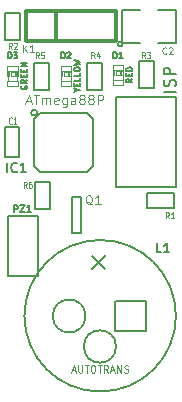
<source format=gto>
G04 (created by PCBNEW (2013-07-24 BZR 4024)-stable) date Tue 25 Nov 2014 11:30:04 AM NZDT*
%MOIN*%
G04 Gerber Fmt 3.4, Leading zero omitted, Abs format*
%FSLAX34Y34*%
G01*
G70*
G90*
G04 APERTURE LIST*
%ADD10C,0.00590551*%
%ADD11C,0.005*%
%ADD12C,0.00787402*%
%ADD13C,0.008*%
%ADD14C,0.0026*%
%ADD15C,0.004*%
%ADD16C,0.012*%
%ADD17C,0.006*%
%ADD18C,0.00393701*%
%ADD19C,0.0043*%
%ADD20C,0.0039*%
%ADD21C,0.0045*%
%ADD22C,0.00492126*%
G04 APERTURE END LIST*
G54D10*
X26511Y-25850D02*
X26944Y-26283D01*
X26511Y-26283D02*
X26956Y-25838D01*
X26280Y-27858D02*
G75*
G03X26280Y-27858I-548J0D01*
G74*
G01*
X27298Y-28874D02*
G75*
G03X27298Y-28874I-539J0D01*
G74*
G01*
X27271Y-28358D02*
X27271Y-27362D01*
X28295Y-28358D02*
X27271Y-28358D01*
X28295Y-27354D02*
X28295Y-28358D01*
X27287Y-27354D02*
X28295Y-27354D01*
X29292Y-27850D02*
G75*
G03X29292Y-27850I-2525J0D01*
G74*
G01*
X27515Y-18795D02*
G75*
G03X27515Y-18795I-78J0D01*
G74*
G01*
G54D11*
X28081Y-17654D02*
X27481Y-17654D01*
X27481Y-17654D02*
X27481Y-18754D01*
X27481Y-18754D02*
X28081Y-18754D01*
X28681Y-18754D02*
X29281Y-18754D01*
X29281Y-18754D02*
X29281Y-17654D01*
X29281Y-17654D02*
X28681Y-17654D01*
G54D12*
X24661Y-21078D02*
G75*
G03X24661Y-21078I-98J0D01*
G74*
G01*
X24759Y-21078D02*
X26334Y-21078D01*
X26334Y-21078D02*
X26531Y-21275D01*
X26531Y-21275D02*
X26531Y-22850D01*
X26531Y-22850D02*
X26334Y-23047D01*
X26334Y-23047D02*
X24759Y-23047D01*
X24759Y-23047D02*
X24562Y-22850D01*
X24562Y-22850D02*
X24562Y-21275D01*
X24562Y-21275D02*
X24759Y-21078D01*
G54D13*
X29303Y-20562D02*
X29303Y-23562D01*
X27303Y-23562D02*
X27303Y-20562D01*
X27303Y-20562D02*
X29303Y-20562D01*
X29303Y-23562D02*
X27303Y-23562D01*
G54D11*
X24070Y-22571D02*
X24070Y-21567D01*
X23598Y-21547D02*
X23598Y-22571D01*
X23598Y-22571D02*
X24070Y-22571D01*
X23602Y-21558D02*
X24062Y-21558D01*
X24588Y-24284D02*
X24588Y-23384D01*
X24588Y-23384D02*
X25088Y-23384D01*
X25088Y-23384D02*
X25088Y-24284D01*
X25088Y-24284D02*
X24588Y-24284D01*
X28345Y-23761D02*
X29245Y-23761D01*
X29245Y-23761D02*
X29245Y-24261D01*
X29245Y-24261D02*
X28345Y-24261D01*
X28345Y-24261D02*
X28345Y-23761D01*
X25049Y-19408D02*
X25049Y-20308D01*
X25049Y-20308D02*
X24549Y-20308D01*
X24549Y-20308D02*
X24549Y-19408D01*
X24549Y-19408D02*
X25049Y-19408D01*
X26820Y-19408D02*
X26820Y-20308D01*
X26820Y-20308D02*
X26320Y-20308D01*
X26320Y-20308D02*
X26320Y-19408D01*
X26320Y-19408D02*
X26820Y-19408D01*
X28553Y-19368D02*
X28553Y-20268D01*
X28553Y-20268D02*
X28053Y-20268D01*
X28053Y-20268D02*
X28053Y-19368D01*
X28053Y-19368D02*
X28553Y-19368D01*
X25830Y-25103D02*
X25830Y-23903D01*
X25830Y-23903D02*
X26130Y-23903D01*
X26130Y-23903D02*
X26130Y-25103D01*
X26130Y-25103D02*
X25830Y-25103D01*
G54D14*
X27181Y-19641D02*
X27535Y-19641D01*
X27535Y-19641D02*
X27535Y-19484D01*
X27181Y-19484D02*
X27535Y-19484D01*
X27181Y-19641D02*
X27181Y-19484D01*
X27181Y-20152D02*
X27535Y-20152D01*
X27535Y-20152D02*
X27535Y-19995D01*
X27181Y-19995D02*
X27535Y-19995D01*
X27181Y-20152D02*
X27181Y-19995D01*
X27181Y-19818D02*
X27240Y-19818D01*
X27240Y-19818D02*
X27240Y-19700D01*
X27181Y-19700D02*
X27240Y-19700D01*
X27181Y-19818D02*
X27181Y-19700D01*
X27476Y-19818D02*
X27535Y-19818D01*
X27535Y-19818D02*
X27535Y-19700D01*
X27476Y-19700D02*
X27535Y-19700D01*
X27476Y-19818D02*
X27476Y-19700D01*
X27299Y-19818D02*
X27417Y-19818D01*
X27417Y-19818D02*
X27417Y-19700D01*
X27299Y-19700D02*
X27417Y-19700D01*
X27299Y-19818D02*
X27299Y-19700D01*
G54D15*
X27201Y-19641D02*
X27201Y-19995D01*
X27515Y-19641D02*
X27515Y-19995D01*
G54D14*
X25448Y-19681D02*
X25802Y-19681D01*
X25802Y-19681D02*
X25802Y-19524D01*
X25448Y-19524D02*
X25802Y-19524D01*
X25448Y-19681D02*
X25448Y-19524D01*
X25448Y-20192D02*
X25802Y-20192D01*
X25802Y-20192D02*
X25802Y-20035D01*
X25448Y-20035D02*
X25802Y-20035D01*
X25448Y-20192D02*
X25448Y-20035D01*
X25448Y-19858D02*
X25507Y-19858D01*
X25507Y-19858D02*
X25507Y-19740D01*
X25448Y-19740D02*
X25507Y-19740D01*
X25448Y-19858D02*
X25448Y-19740D01*
X25743Y-19858D02*
X25802Y-19858D01*
X25802Y-19858D02*
X25802Y-19740D01*
X25743Y-19740D02*
X25802Y-19740D01*
X25743Y-19858D02*
X25743Y-19740D01*
X25566Y-19858D02*
X25684Y-19858D01*
X25684Y-19858D02*
X25684Y-19740D01*
X25566Y-19740D02*
X25684Y-19740D01*
X25566Y-19858D02*
X25566Y-19740D01*
G54D15*
X25468Y-19681D02*
X25468Y-20035D01*
X25782Y-19681D02*
X25782Y-20035D01*
G54D14*
X23677Y-19681D02*
X24031Y-19681D01*
X24031Y-19681D02*
X24031Y-19524D01*
X23677Y-19524D02*
X24031Y-19524D01*
X23677Y-19681D02*
X23677Y-19524D01*
X23677Y-20192D02*
X24031Y-20192D01*
X24031Y-20192D02*
X24031Y-20035D01*
X23677Y-20035D02*
X24031Y-20035D01*
X23677Y-20192D02*
X23677Y-20035D01*
X23677Y-19858D02*
X23736Y-19858D01*
X23736Y-19858D02*
X23736Y-19740D01*
X23677Y-19740D02*
X23736Y-19740D01*
X23677Y-19858D02*
X23677Y-19740D01*
X23972Y-19858D02*
X24031Y-19858D01*
X24031Y-19858D02*
X24031Y-19740D01*
X23972Y-19740D02*
X24031Y-19740D01*
X23972Y-19858D02*
X23972Y-19740D01*
X23795Y-19858D02*
X23913Y-19858D01*
X23913Y-19858D02*
X23913Y-19740D01*
X23795Y-19740D02*
X23913Y-19740D01*
X23795Y-19858D02*
X23795Y-19740D01*
G54D15*
X23697Y-19681D02*
X23697Y-20035D01*
X24011Y-19681D02*
X24011Y-20035D01*
G54D11*
X23604Y-18654D02*
X23604Y-17754D01*
X23604Y-17754D02*
X24104Y-17754D01*
X24104Y-17754D02*
X24104Y-18654D01*
X24104Y-18654D02*
X23604Y-18654D01*
G54D16*
X24283Y-18704D02*
X24283Y-17704D01*
X24283Y-17704D02*
X27283Y-17704D01*
X27283Y-17704D02*
X27283Y-18704D01*
X27283Y-18704D02*
X24283Y-18704D01*
X25283Y-17704D02*
X25283Y-18704D01*
G54D17*
X24708Y-26527D02*
X23708Y-26527D01*
X23708Y-26527D02*
X23708Y-24527D01*
X23708Y-24527D02*
X24708Y-24527D01*
X24708Y-24527D02*
X24708Y-26527D01*
G54D10*
X28801Y-25733D02*
X28651Y-25733D01*
X28651Y-25418D01*
X29071Y-25733D02*
X28891Y-25733D01*
X28981Y-25733D02*
X28981Y-25418D01*
X28951Y-25463D01*
X28921Y-25493D01*
X28891Y-25508D01*
G54D18*
X25824Y-29673D02*
X25937Y-29673D01*
X25802Y-29741D02*
X25880Y-29505D01*
X25959Y-29741D01*
X26038Y-29505D02*
X26038Y-29696D01*
X26049Y-29718D01*
X26060Y-29730D01*
X26083Y-29741D01*
X26128Y-29741D01*
X26150Y-29730D01*
X26161Y-29718D01*
X26173Y-29696D01*
X26173Y-29505D01*
X26251Y-29505D02*
X26386Y-29505D01*
X26319Y-29741D02*
X26319Y-29505D01*
X26510Y-29505D02*
X26555Y-29505D01*
X26578Y-29516D01*
X26600Y-29538D01*
X26611Y-29583D01*
X26611Y-29662D01*
X26600Y-29707D01*
X26578Y-29730D01*
X26555Y-29741D01*
X26510Y-29741D01*
X26488Y-29730D01*
X26465Y-29707D01*
X26454Y-29662D01*
X26454Y-29583D01*
X26465Y-29538D01*
X26488Y-29516D01*
X26510Y-29505D01*
X26679Y-29505D02*
X26814Y-29505D01*
X26746Y-29741D02*
X26746Y-29505D01*
X27028Y-29741D02*
X26949Y-29628D01*
X26893Y-29741D02*
X26893Y-29505D01*
X26983Y-29505D01*
X27005Y-29516D01*
X27016Y-29527D01*
X27028Y-29550D01*
X27028Y-29583D01*
X27016Y-29606D01*
X27005Y-29617D01*
X26983Y-29628D01*
X26893Y-29628D01*
X27118Y-29673D02*
X27230Y-29673D01*
X27095Y-29741D02*
X27174Y-29505D01*
X27253Y-29741D01*
X27331Y-29741D02*
X27331Y-29505D01*
X27466Y-29741D01*
X27466Y-29505D01*
X27568Y-29730D02*
X27601Y-29741D01*
X27658Y-29741D01*
X27680Y-29730D01*
X27691Y-29718D01*
X27703Y-29696D01*
X27703Y-29673D01*
X27691Y-29651D01*
X27680Y-29640D01*
X27658Y-29628D01*
X27613Y-29617D01*
X27590Y-29606D01*
X27579Y-29595D01*
X27568Y-29572D01*
X27568Y-29550D01*
X27579Y-29527D01*
X27590Y-29516D01*
X27613Y-29505D01*
X27669Y-29505D01*
X27703Y-29516D01*
G54D19*
X28975Y-19098D02*
X28965Y-19108D01*
X28934Y-19119D01*
X28913Y-19119D01*
X28882Y-19108D01*
X28861Y-19088D01*
X28851Y-19067D01*
X28841Y-19026D01*
X28841Y-18995D01*
X28851Y-18953D01*
X28861Y-18933D01*
X28882Y-18912D01*
X28913Y-18902D01*
X28934Y-18902D01*
X28965Y-18912D01*
X28975Y-18922D01*
X29058Y-18922D02*
X29068Y-18912D01*
X29089Y-18902D01*
X29140Y-18902D01*
X29161Y-18912D01*
X29171Y-18922D01*
X29182Y-18943D01*
X29182Y-18964D01*
X29171Y-18995D01*
X29047Y-19119D01*
X29182Y-19119D01*
G54D10*
X23664Y-23056D02*
X23664Y-22741D01*
X23994Y-23026D02*
X23979Y-23041D01*
X23934Y-23056D01*
X23904Y-23056D01*
X23859Y-23041D01*
X23829Y-23011D01*
X23814Y-22981D01*
X23799Y-22921D01*
X23799Y-22876D01*
X23814Y-22816D01*
X23829Y-22786D01*
X23859Y-22756D01*
X23904Y-22741D01*
X23934Y-22741D01*
X23979Y-22756D01*
X23994Y-22771D01*
X24294Y-23056D02*
X24114Y-23056D01*
X24204Y-23056D02*
X24204Y-22741D01*
X24174Y-22786D01*
X24144Y-22816D01*
X24114Y-22831D01*
G54D18*
X24308Y-20706D02*
X24458Y-20706D01*
X24278Y-20796D02*
X24383Y-20481D01*
X24488Y-20796D01*
X24548Y-20481D02*
X24728Y-20481D01*
X24638Y-20796D02*
X24638Y-20481D01*
X24833Y-20796D02*
X24833Y-20586D01*
X24833Y-20616D02*
X24848Y-20601D01*
X24878Y-20586D01*
X24923Y-20586D01*
X24953Y-20601D01*
X24968Y-20631D01*
X24968Y-20796D01*
X24968Y-20631D02*
X24983Y-20601D01*
X25013Y-20586D01*
X25058Y-20586D01*
X25088Y-20601D01*
X25103Y-20631D01*
X25103Y-20796D01*
X25373Y-20781D02*
X25343Y-20796D01*
X25283Y-20796D01*
X25253Y-20781D01*
X25238Y-20751D01*
X25238Y-20631D01*
X25253Y-20601D01*
X25283Y-20586D01*
X25343Y-20586D01*
X25373Y-20601D01*
X25388Y-20631D01*
X25388Y-20661D01*
X25238Y-20691D01*
X25658Y-20586D02*
X25658Y-20841D01*
X25643Y-20871D01*
X25628Y-20886D01*
X25598Y-20901D01*
X25553Y-20901D01*
X25523Y-20886D01*
X25658Y-20781D02*
X25628Y-20796D01*
X25568Y-20796D01*
X25538Y-20781D01*
X25523Y-20766D01*
X25508Y-20736D01*
X25508Y-20646D01*
X25523Y-20616D01*
X25538Y-20601D01*
X25568Y-20586D01*
X25628Y-20586D01*
X25658Y-20601D01*
X25943Y-20796D02*
X25943Y-20631D01*
X25928Y-20601D01*
X25898Y-20586D01*
X25838Y-20586D01*
X25808Y-20601D01*
X25943Y-20781D02*
X25913Y-20796D01*
X25838Y-20796D01*
X25808Y-20781D01*
X25793Y-20751D01*
X25793Y-20721D01*
X25808Y-20691D01*
X25838Y-20676D01*
X25913Y-20676D01*
X25943Y-20661D01*
X26137Y-20616D02*
X26107Y-20601D01*
X26092Y-20586D01*
X26077Y-20556D01*
X26077Y-20541D01*
X26092Y-20511D01*
X26107Y-20496D01*
X26137Y-20481D01*
X26197Y-20481D01*
X26227Y-20496D01*
X26242Y-20511D01*
X26257Y-20541D01*
X26257Y-20556D01*
X26242Y-20586D01*
X26227Y-20601D01*
X26197Y-20616D01*
X26137Y-20616D01*
X26107Y-20631D01*
X26092Y-20646D01*
X26077Y-20676D01*
X26077Y-20736D01*
X26092Y-20766D01*
X26107Y-20781D01*
X26137Y-20796D01*
X26197Y-20796D01*
X26227Y-20781D01*
X26242Y-20766D01*
X26257Y-20736D01*
X26257Y-20676D01*
X26242Y-20646D01*
X26227Y-20631D01*
X26197Y-20616D01*
X26437Y-20616D02*
X26407Y-20601D01*
X26392Y-20586D01*
X26377Y-20556D01*
X26377Y-20541D01*
X26392Y-20511D01*
X26407Y-20496D01*
X26437Y-20481D01*
X26497Y-20481D01*
X26527Y-20496D01*
X26542Y-20511D01*
X26557Y-20541D01*
X26557Y-20556D01*
X26542Y-20586D01*
X26527Y-20601D01*
X26497Y-20616D01*
X26437Y-20616D01*
X26407Y-20631D01*
X26392Y-20646D01*
X26377Y-20676D01*
X26377Y-20736D01*
X26392Y-20766D01*
X26407Y-20781D01*
X26437Y-20796D01*
X26497Y-20796D01*
X26527Y-20781D01*
X26542Y-20766D01*
X26557Y-20736D01*
X26557Y-20676D01*
X26542Y-20646D01*
X26527Y-20631D01*
X26497Y-20616D01*
X26692Y-20796D02*
X26692Y-20481D01*
X26812Y-20481D01*
X26842Y-20496D01*
X26857Y-20511D01*
X26872Y-20541D01*
X26872Y-20586D01*
X26857Y-20616D01*
X26842Y-20631D01*
X26812Y-20646D01*
X26692Y-20646D01*
G54D13*
X29280Y-20378D02*
X28880Y-20378D01*
X29260Y-20207D02*
X29280Y-20150D01*
X29280Y-20054D01*
X29260Y-20016D01*
X29241Y-19997D01*
X29203Y-19978D01*
X29165Y-19978D01*
X29127Y-19997D01*
X29108Y-20016D01*
X29089Y-20054D01*
X29070Y-20131D01*
X29051Y-20169D01*
X29032Y-20188D01*
X28994Y-20207D01*
X28956Y-20207D01*
X28918Y-20188D01*
X28899Y-20169D01*
X28880Y-20131D01*
X28880Y-20035D01*
X28899Y-19978D01*
X29280Y-19807D02*
X28880Y-19807D01*
X28880Y-19654D01*
X28899Y-19616D01*
X28918Y-19597D01*
X28956Y-19578D01*
X29013Y-19578D01*
X29051Y-19597D01*
X29070Y-19616D01*
X29089Y-19654D01*
X29089Y-19807D01*
G54D20*
X23824Y-21448D02*
X23816Y-21460D01*
X23794Y-21471D01*
X23779Y-21471D01*
X23756Y-21460D01*
X23741Y-21437D01*
X23734Y-21414D01*
X23727Y-21368D01*
X23727Y-21333D01*
X23734Y-21287D01*
X23741Y-21264D01*
X23756Y-21242D01*
X23779Y-21230D01*
X23794Y-21230D01*
X23816Y-21242D01*
X23824Y-21253D01*
X23973Y-21471D02*
X23884Y-21471D01*
X23928Y-21471D02*
X23928Y-21230D01*
X23913Y-21264D01*
X23898Y-21287D01*
X23884Y-21299D01*
G54D21*
X24316Y-23584D02*
X24256Y-23489D01*
X24213Y-23584D02*
X24213Y-23384D01*
X24282Y-23384D01*
X24299Y-23394D01*
X24307Y-23403D01*
X24316Y-23422D01*
X24316Y-23451D01*
X24307Y-23470D01*
X24299Y-23480D01*
X24282Y-23489D01*
X24213Y-23489D01*
X24470Y-23384D02*
X24436Y-23384D01*
X24419Y-23394D01*
X24410Y-23403D01*
X24393Y-23432D01*
X24385Y-23470D01*
X24385Y-23546D01*
X24393Y-23565D01*
X24402Y-23575D01*
X24419Y-23584D01*
X24453Y-23584D01*
X24470Y-23575D01*
X24479Y-23565D01*
X24487Y-23546D01*
X24487Y-23499D01*
X24479Y-23480D01*
X24470Y-23470D01*
X24453Y-23461D01*
X24419Y-23461D01*
X24402Y-23470D01*
X24393Y-23480D01*
X24385Y-23499D01*
X29060Y-24604D02*
X29000Y-24509D01*
X28957Y-24604D02*
X28957Y-24404D01*
X29026Y-24404D01*
X29043Y-24414D01*
X29051Y-24423D01*
X29060Y-24442D01*
X29060Y-24471D01*
X29051Y-24490D01*
X29043Y-24499D01*
X29026Y-24509D01*
X28957Y-24509D01*
X29231Y-24604D02*
X29129Y-24604D01*
X29180Y-24604D02*
X29180Y-24404D01*
X29163Y-24433D01*
X29146Y-24452D01*
X29129Y-24461D01*
X24729Y-19269D02*
X24669Y-19174D01*
X24626Y-19269D02*
X24626Y-19069D01*
X24695Y-19069D01*
X24712Y-19079D01*
X24721Y-19088D01*
X24729Y-19108D01*
X24729Y-19136D01*
X24721Y-19155D01*
X24712Y-19165D01*
X24695Y-19174D01*
X24626Y-19174D01*
X24892Y-19069D02*
X24806Y-19069D01*
X24798Y-19165D01*
X24806Y-19155D01*
X24824Y-19146D01*
X24866Y-19146D01*
X24884Y-19155D01*
X24892Y-19165D01*
X24901Y-19184D01*
X24901Y-19231D01*
X24892Y-19250D01*
X24884Y-19260D01*
X24866Y-19269D01*
X24824Y-19269D01*
X24806Y-19260D01*
X24798Y-19250D01*
X26580Y-19269D02*
X26520Y-19174D01*
X26477Y-19269D02*
X26477Y-19069D01*
X26545Y-19069D01*
X26563Y-19079D01*
X26571Y-19088D01*
X26580Y-19108D01*
X26580Y-19136D01*
X26571Y-19155D01*
X26563Y-19165D01*
X26545Y-19174D01*
X26477Y-19174D01*
X26734Y-19136D02*
X26734Y-19269D01*
X26691Y-19060D02*
X26648Y-19203D01*
X26760Y-19203D01*
X28273Y-19269D02*
X28213Y-19174D01*
X28170Y-19269D02*
X28170Y-19069D01*
X28238Y-19069D01*
X28256Y-19079D01*
X28264Y-19088D01*
X28273Y-19108D01*
X28273Y-19136D01*
X28264Y-19155D01*
X28256Y-19165D01*
X28238Y-19174D01*
X28170Y-19174D01*
X28333Y-19069D02*
X28444Y-19069D01*
X28384Y-19146D01*
X28410Y-19146D01*
X28427Y-19155D01*
X28436Y-19165D01*
X28444Y-19184D01*
X28444Y-19231D01*
X28436Y-19250D01*
X28427Y-19260D01*
X28410Y-19269D01*
X28358Y-19269D01*
X28341Y-19260D01*
X28333Y-19250D01*
G54D22*
X26505Y-24137D02*
X26475Y-24124D01*
X26445Y-24098D01*
X26400Y-24059D01*
X26370Y-24045D01*
X26340Y-24045D01*
X26355Y-24111D02*
X26325Y-24098D01*
X26295Y-24072D01*
X26280Y-24019D01*
X26280Y-23927D01*
X26295Y-23875D01*
X26325Y-23849D01*
X26355Y-23835D01*
X26415Y-23835D01*
X26445Y-23849D01*
X26475Y-23875D01*
X26490Y-23927D01*
X26490Y-24019D01*
X26475Y-24072D01*
X26445Y-24098D01*
X26415Y-24111D01*
X26355Y-24111D01*
X26790Y-24111D02*
X26610Y-24111D01*
X26700Y-24111D02*
X26700Y-23835D01*
X26670Y-23875D01*
X26640Y-23901D01*
X26610Y-23914D01*
G54D11*
X27210Y-19269D02*
X27210Y-19069D01*
X27258Y-19069D01*
X27286Y-19079D01*
X27305Y-19098D01*
X27315Y-19117D01*
X27324Y-19155D01*
X27324Y-19184D01*
X27315Y-19222D01*
X27305Y-19241D01*
X27286Y-19260D01*
X27258Y-19269D01*
X27210Y-19269D01*
X27515Y-19269D02*
X27401Y-19269D01*
X27458Y-19269D02*
X27458Y-19069D01*
X27439Y-19098D01*
X27420Y-19117D01*
X27401Y-19127D01*
X27839Y-19947D02*
X27743Y-20014D01*
X27839Y-20061D02*
X27639Y-20061D01*
X27639Y-19985D01*
X27648Y-19966D01*
X27658Y-19956D01*
X27677Y-19947D01*
X27705Y-19947D01*
X27724Y-19956D01*
X27734Y-19966D01*
X27743Y-19985D01*
X27743Y-20061D01*
X27734Y-19861D02*
X27734Y-19795D01*
X27839Y-19766D02*
X27839Y-19861D01*
X27639Y-19861D01*
X27639Y-19766D01*
X27839Y-19680D02*
X27639Y-19680D01*
X27639Y-19633D01*
X27648Y-19604D01*
X27667Y-19585D01*
X27686Y-19576D01*
X27724Y-19566D01*
X27753Y-19566D01*
X27791Y-19576D01*
X27810Y-19585D01*
X27829Y-19604D01*
X27839Y-19633D01*
X27839Y-19680D01*
X25478Y-19269D02*
X25478Y-19069D01*
X25525Y-19069D01*
X25554Y-19079D01*
X25573Y-19098D01*
X25583Y-19117D01*
X25592Y-19155D01*
X25592Y-19184D01*
X25583Y-19222D01*
X25573Y-19241D01*
X25554Y-19260D01*
X25525Y-19269D01*
X25478Y-19269D01*
X25668Y-19088D02*
X25678Y-19079D01*
X25697Y-19069D01*
X25745Y-19069D01*
X25764Y-19079D01*
X25773Y-19088D01*
X25783Y-19108D01*
X25783Y-19127D01*
X25773Y-19155D01*
X25659Y-19269D01*
X25783Y-19269D01*
X26011Y-20329D02*
X26106Y-20329D01*
X25906Y-20396D02*
X26011Y-20329D01*
X25906Y-20263D01*
X26002Y-20196D02*
X26002Y-20129D01*
X26106Y-20101D02*
X26106Y-20196D01*
X25906Y-20196D01*
X25906Y-20101D01*
X26106Y-19920D02*
X26106Y-20015D01*
X25906Y-20015D01*
X26106Y-19758D02*
X26106Y-19853D01*
X25906Y-19853D01*
X25906Y-19653D02*
X25906Y-19615D01*
X25916Y-19596D01*
X25935Y-19577D01*
X25973Y-19567D01*
X26040Y-19567D01*
X26078Y-19577D01*
X26097Y-19596D01*
X26106Y-19615D01*
X26106Y-19653D01*
X26097Y-19672D01*
X26078Y-19691D01*
X26040Y-19701D01*
X25973Y-19701D01*
X25935Y-19691D01*
X25916Y-19672D01*
X25906Y-19653D01*
X25906Y-19501D02*
X26106Y-19453D01*
X25964Y-19415D01*
X26106Y-19377D01*
X25906Y-19329D01*
X23706Y-19269D02*
X23706Y-19069D01*
X23754Y-19069D01*
X23782Y-19079D01*
X23801Y-19098D01*
X23811Y-19117D01*
X23820Y-19155D01*
X23820Y-19184D01*
X23811Y-19222D01*
X23801Y-19241D01*
X23782Y-19260D01*
X23754Y-19269D01*
X23706Y-19269D01*
X23887Y-19069D02*
X24011Y-19069D01*
X23944Y-19146D01*
X23973Y-19146D01*
X23992Y-19155D01*
X24001Y-19165D01*
X24011Y-19184D01*
X24011Y-19231D01*
X24001Y-19250D01*
X23992Y-19260D01*
X23973Y-19269D01*
X23916Y-19269D01*
X23897Y-19260D01*
X23887Y-19250D01*
X24144Y-20191D02*
X24135Y-20210D01*
X24135Y-20239D01*
X24144Y-20267D01*
X24163Y-20286D01*
X24182Y-20296D01*
X24220Y-20305D01*
X24249Y-20305D01*
X24287Y-20296D01*
X24306Y-20286D01*
X24325Y-20267D01*
X24335Y-20239D01*
X24335Y-20220D01*
X24325Y-20191D01*
X24316Y-20182D01*
X24249Y-20182D01*
X24249Y-20220D01*
X24335Y-19982D02*
X24240Y-20048D01*
X24335Y-20096D02*
X24135Y-20096D01*
X24135Y-20020D01*
X24144Y-20001D01*
X24154Y-19991D01*
X24173Y-19982D01*
X24201Y-19982D01*
X24220Y-19991D01*
X24230Y-20001D01*
X24240Y-20020D01*
X24240Y-20096D01*
X24230Y-19896D02*
X24230Y-19829D01*
X24335Y-19801D02*
X24335Y-19896D01*
X24135Y-19896D01*
X24135Y-19801D01*
X24230Y-19715D02*
X24230Y-19648D01*
X24335Y-19620D02*
X24335Y-19715D01*
X24135Y-19715D01*
X24135Y-19620D01*
X24335Y-19534D02*
X24135Y-19534D01*
X24335Y-19420D01*
X24135Y-19420D01*
G54D21*
X23824Y-18954D02*
X23764Y-18859D01*
X23721Y-18954D02*
X23721Y-18754D01*
X23790Y-18754D01*
X23807Y-18764D01*
X23815Y-18774D01*
X23824Y-18793D01*
X23824Y-18821D01*
X23815Y-18840D01*
X23807Y-18850D01*
X23790Y-18859D01*
X23721Y-18859D01*
X23892Y-18774D02*
X23901Y-18764D01*
X23918Y-18754D01*
X23961Y-18754D01*
X23978Y-18764D01*
X23987Y-18774D01*
X23995Y-18793D01*
X23995Y-18812D01*
X23987Y-18840D01*
X23884Y-18954D01*
X23995Y-18954D01*
G54D18*
X24191Y-19048D02*
X24191Y-18812D01*
X24326Y-19048D02*
X24225Y-18913D01*
X24326Y-18812D02*
X24191Y-18947D01*
X24551Y-19048D02*
X24416Y-19048D01*
X24484Y-19048D02*
X24484Y-18812D01*
X24461Y-18845D01*
X24439Y-18868D01*
X24416Y-18879D01*
G54D10*
X23882Y-24406D02*
X23882Y-24170D01*
X23972Y-24170D01*
X23994Y-24181D01*
X24006Y-24192D01*
X24017Y-24215D01*
X24017Y-24249D01*
X24006Y-24271D01*
X23994Y-24282D01*
X23972Y-24294D01*
X23882Y-24294D01*
X24096Y-24170D02*
X24253Y-24170D01*
X24096Y-24406D01*
X24253Y-24406D01*
X24467Y-24406D02*
X24332Y-24406D01*
X24399Y-24406D02*
X24399Y-24170D01*
X24377Y-24204D01*
X24354Y-24226D01*
X24332Y-24237D01*
M02*

</source>
